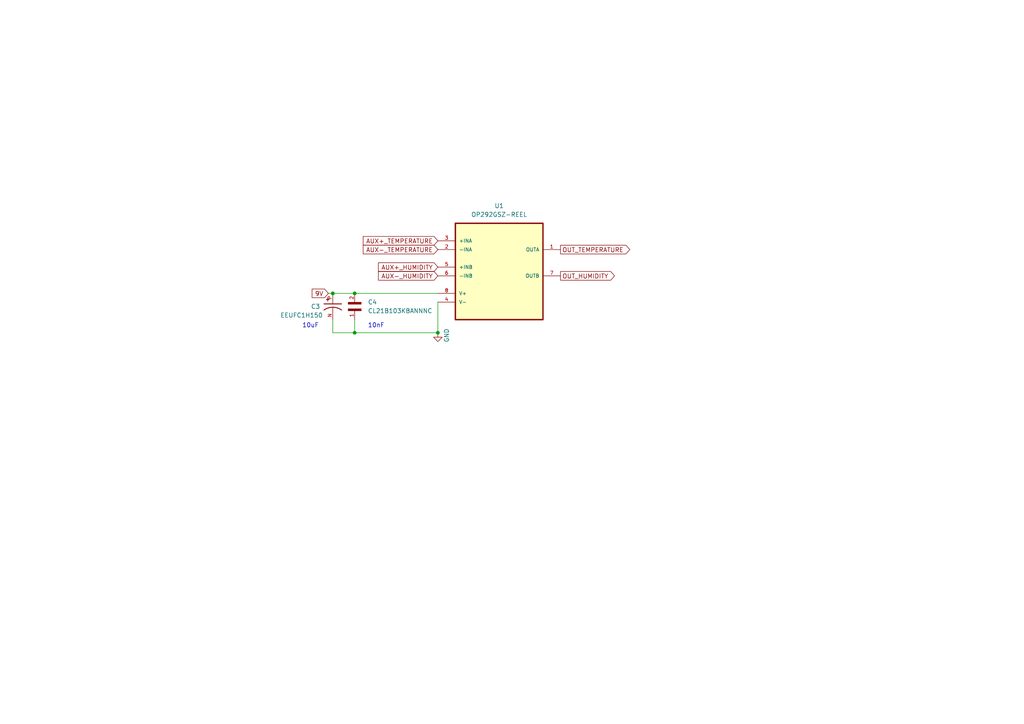
<source format=kicad_sch>
(kicad_sch (version 20211123) (generator eeschema)

  (uuid 7cfaaac3-77e5-498d-be0a-84605cfb038a)

  (paper "A4")

  (title_block
    (title "Amplificación de las señales")
    (date "2023-06-11")
    (company "UC3M")
    (comment 1 "Se añaden condensadores a la alimentación para eliminar ruido.")
    (comment 2 "Amplifica ambas señales de los sensores de temperatura y humedad.")
  )

  (lib_symbols
    (symbol "CL21B103KBANNNC:CL21B103KBANNNC" (pin_names (offset 1.016)) (in_bom yes) (on_board yes)
      (property "Reference" "C" (id 0) (at 0 3.81 0)
        (effects (font (size 1.27 1.27)) (justify left bottom))
      )
      (property "Value" "CL21B103KBANNNC" (id 1) (at 0 -5.08 0)
        (effects (font (size 1.27 1.27)) (justify left bottom))
      )
      (property "Footprint" "CAPC2012X140N" (id 2) (at 0 0 0)
        (effects (font (size 1.27 1.27)) (justify bottom) hide)
      )
      (property "Datasheet" "" (id 3) (at 0 0 0)
        (effects (font (size 1.27 1.27)) hide)
      )
      (symbol "CL21B103KBANNNC_0_0"
        (rectangle (start 0 -1.905) (end 0.635 1.905)
          (stroke (width 0.1) (type default) (color 0 0 0 0))
          (fill (type outline))
        )
        (rectangle (start 1.905 -1.905) (end 2.54 1.905)
          (stroke (width 0.1) (type default) (color 0 0 0 0))
          (fill (type outline))
        )
        (pin passive line (at 5.08 0 180) (length 2.54)
          (name "~" (effects (font (size 1.016 1.016))))
          (number "1" (effects (font (size 1.016 1.016))))
        )
        (pin passive line (at -2.54 0 0) (length 2.54)
          (name "~" (effects (font (size 1.016 1.016))))
          (number "2" (effects (font (size 1.016 1.016))))
        )
      )
    )
    (symbol "EEUFC1H150:EEUFC1H150" (pin_names (offset 1.016)) (in_bom yes) (on_board yes)
      (property "Reference" "C" (id 0) (at -2.54 3.81 0)
        (effects (font (size 1.27 1.27)) (justify left bottom))
      )
      (property "Value" "EEUFC1H150" (id 1) (at -2.54 -5.08 0)
        (effects (font (size 1.27 1.27)) (justify left bottom))
      )
      (property "Footprint" "CAPPRD200W50D500H1100" (id 2) (at 0 0 0)
        (effects (font (size 1.27 1.27)) (justify bottom) hide)
      )
      (property "Datasheet" "" (id 3) (at 0 0 0)
        (effects (font (size 1.27 1.27)) hide)
      )
      (property "MF" "PANASONIC" (id 4) (at 0 0 0)
        (effects (font (size 1.27 1.27)) (justify bottom) hide)
      )
      (property "b_max" "0.55" (id 5) (at 0 0 0)
        (effects (font (size 1.27 1.27)) (justify bottom) hide)
      )
      (property "DESCRIPTION" "FC-A" (id 6) (at 0 0 0)
        (effects (font (size 1.27 1.27)) (justify bottom) hide)
      )
      (property "b_nom" "0.5" (id 7) (at 0 0 0)
        (effects (font (size 1.27 1.27)) (justify bottom) hide)
      )
      (property "PARTREV" "20-DEC-19" (id 8) (at 0 0 0)
        (effects (font (size 1.27 1.27)) (justify bottom) hide)
      )
      (property "A_max" "11" (id 9) (at 0 0 0)
        (effects (font (size 1.27 1.27)) (justify bottom) hide)
      )
      (property "D_nom" "5" (id 10) (at 0 0 0)
        (effects (font (size 1.27 1.27)) (justify bottom) hide)
      )
      (property "e_nom" "2" (id 11) (at 0 0 0)
        (effects (font (size 1.27 1.27)) (justify bottom) hide)
      )
      (symbol "EEUFC1H150_0_0"
        (rectangle (start -1.173 -1.532) (end -0.284 -1.405)
          (stroke (width 0.1) (type default) (color 0 0 0 0))
          (fill (type outline))
        )
        (rectangle (start -0.792 -1.913) (end -0.665 -1.024)
          (stroke (width 0.1) (type default) (color 0 0 0 0))
          (fill (type outline))
        )
        (polyline
          (pts
            (xy 0 0)
            (xy 0.508 0)
          )
          (stroke (width 0.1524) (type default) (color 0 0 0 0))
          (fill (type none))
        )
        (polyline
          (pts
            (xy 0.508 0)
            (xy 0.508 -2.54)
          )
          (stroke (width 0.254) (type default) (color 0 0 0 0))
          (fill (type none))
        )
        (polyline
          (pts
            (xy 0.508 2.54)
            (xy 0.508 0)
          )
          (stroke (width 0.254) (type default) (color 0 0 0 0))
          (fill (type none))
        )
        (polyline
          (pts
            (xy 2.54 0)
            (xy 1.524 0)
          )
          (stroke (width 0.1524) (type default) (color 0 0 0 0))
          (fill (type none))
        )
        (arc (start 2.286 2.54) (mid 1.4851 0) (end 2.286 -2.54)
          (stroke (width 0.254) (type default) (color 0 0 0 0))
          (fill (type none))
        )
        (pin passive line (at 5.08 0 180) (length 2.54)
          (name "~" (effects (font (size 1.016 1.016))))
          (number "N" (effects (font (size 1.016 1.016))))
        )
        (pin passive line (at -2.54 0 0) (length 2.54)
          (name "~" (effects (font (size 1.016 1.016))))
          (number "P" (effects (font (size 1.016 1.016))))
        )
      )
    )
    (symbol "OP292GSZ-REEL:OP292GSZ-REEL" (pin_names (offset 1.016)) (in_bom yes) (on_board yes)
      (property "Reference" "U" (id 0) (at -4.7764 11.0264 0)
        (effects (font (size 1.27 1.27)) (justify left bottom))
      )
      (property "Value" "OP292GSZ-REEL" (id 1) (at -5.6186 -20.1607 0)
        (effects (font (size 1.27 1.27)) (justify left bottom))
      )
      (property "Footprint" "SOIC127P600X175-8N" (id 2) (at 0 0 0)
        (effects (font (size 1.27 1.27)) (justify bottom) hide)
      )
      (property "Datasheet" "" (id 3) (at 0 0 0)
        (effects (font (size 1.27 1.27)) hide)
      )
      (property "MPN" "OP292GSZ-REEL" (id 4) (at 0 0 0)
        (effects (font (size 1.27 1.27)) (justify bottom) hide)
      )
      (property "OC_FARNELL" "unknown" (id 5) (at 0 0 0)
        (effects (font (size 1.27 1.27)) (justify bottom) hide)
      )
      (property "OC_NEWARK" "59K8859" (id 6) (at 0 0 0)
        (effects (font (size 1.27 1.27)) (justify bottom) hide)
      )
      (property "SUPPLIER" "Analog Devices" (id 7) (at 0 0 0)
        (effects (font (size 1.27 1.27)) (justify bottom) hide)
      )
      (property "PACKAGE" "SOIC-8" (id 8) (at 0 0 0)
        (effects (font (size 1.27 1.27)) (justify bottom) hide)
      )
      (symbol "OP292GSZ-REEL_0_0"
        (rectangle (start -12.7 -17.78) (end 12.7 10.16)
          (stroke (width 0.4064) (type default) (color 0 0 0 0))
          (fill (type background))
        )
        (pin passive line (at 17.78 2.54 180) (length 5.08)
          (name "OUTA" (effects (font (size 1.016 1.016))))
          (number "1" (effects (font (size 1.016 1.016))))
        )
        (pin passive line (at -17.78 2.54 0) (length 5.08)
          (name "-INA" (effects (font (size 1.016 1.016))))
          (number "2" (effects (font (size 1.016 1.016))))
        )
        (pin passive line (at -17.78 5.08 0) (length 5.08)
          (name "+INA" (effects (font (size 1.016 1.016))))
          (number "3" (effects (font (size 1.016 1.016))))
        )
        (pin power_in line (at -17.78 -12.7 0) (length 5.08)
          (name "V-" (effects (font (size 1.016 1.016))))
          (number "4" (effects (font (size 1.016 1.016))))
        )
        (pin passive line (at -17.78 -2.54 0) (length 5.08)
          (name "+INB" (effects (font (size 1.016 1.016))))
          (number "5" (effects (font (size 1.016 1.016))))
        )
        (pin passive line (at -17.78 -5.08 0) (length 5.08)
          (name "-INB" (effects (font (size 1.016 1.016))))
          (number "6" (effects (font (size 1.016 1.016))))
        )
        (pin passive line (at 17.78 -5.08 180) (length 5.08)
          (name "OUTB" (effects (font (size 1.016 1.016))))
          (number "7" (effects (font (size 1.016 1.016))))
        )
        (pin power_in line (at -17.78 -10.16 0) (length 5.08)
          (name "V+" (effects (font (size 1.016 1.016))))
          (number "8" (effects (font (size 1.016 1.016))))
        )
      )
    )
    (symbol "power:GND" (power) (pin_names (offset 0)) (in_bom yes) (on_board yes)
      (property "Reference" "#PWR" (id 0) (at 0 -6.35 0)
        (effects (font (size 1.27 1.27)) hide)
      )
      (property "Value" "GND" (id 1) (at 0 -3.81 0)
        (effects (font (size 1.27 1.27)))
      )
      (property "Footprint" "" (id 2) (at 0 0 0)
        (effects (font (size 1.27 1.27)) hide)
      )
      (property "Datasheet" "" (id 3) (at 0 0 0)
        (effects (font (size 1.27 1.27)) hide)
      )
      (property "ki_keywords" "power-flag" (id 4) (at 0 0 0)
        (effects (font (size 1.27 1.27)) hide)
      )
      (property "ki_description" "Power symbol creates a global label with name \"GND\" , ground" (id 5) (at 0 0 0)
        (effects (font (size 1.27 1.27)) hide)
      )
      (symbol "GND_0_1"
        (polyline
          (pts
            (xy 0 0)
            (xy 0 -1.27)
            (xy 1.27 -1.27)
            (xy 0 -2.54)
            (xy -1.27 -1.27)
            (xy 0 -1.27)
          )
          (stroke (width 0) (type default) (color 0 0 0 0))
          (fill (type none))
        )
      )
      (symbol "GND_1_1"
        (pin power_in line (at 0 0 270) (length 0) hide
          (name "GND" (effects (font (size 1.27 1.27))))
          (number "1" (effects (font (size 1.27 1.27))))
        )
      )
    )
  )

  (junction (at 127 96.52) (diameter 0) (color 0 0 0 0)
    (uuid 05518ed9-90f4-4191-8bfb-756bf5ca844d)
  )
  (junction (at 96.52 85.09) (diameter 0) (color 0 0 0 0)
    (uuid 6cd2da66-8581-40c6-aa0a-1ba7d33ce7c4)
  )
  (junction (at 102.87 85.09) (diameter 0) (color 0 0 0 0)
    (uuid 8622db75-85f8-4f5a-8eee-53e56e48de12)
  )
  (junction (at 102.87 96.52) (diameter 0) (color 0 0 0 0)
    (uuid f1fca5ce-e0dd-40a9-8caa-959f0f4ab069)
  )

  (wire (pts (xy 96.52 85.09) (xy 102.87 85.09))
    (stroke (width 0) (type default) (color 0 0 0 0))
    (uuid 0ad8bc0a-2f7d-43d5-9c2d-d635adcdfa94)
  )
  (wire (pts (xy 102.87 85.09) (xy 127 85.09))
    (stroke (width 0) (type default) (color 0 0 0 0))
    (uuid 0b911507-b5b2-40fd-b385-1fd08f6fae75)
  )
  (wire (pts (xy 96.52 96.52) (xy 96.52 92.71))
    (stroke (width 0) (type default) (color 0 0 0 0))
    (uuid 196fc218-63d5-4a88-9213-90b43c20af5a)
  )
  (wire (pts (xy 102.87 92.71) (xy 102.87 96.52))
    (stroke (width 0) (type default) (color 0 0 0 0))
    (uuid 388c01e3-0b32-4fe6-9e4f-299e5b0ce076)
  )
  (wire (pts (xy 96.52 96.52) (xy 102.87 96.52))
    (stroke (width 0) (type default) (color 0 0 0 0))
    (uuid 8a8cf991-acfa-4c63-ba4b-12a124ab8607)
  )
  (wire (pts (xy 102.87 96.52) (xy 127 96.52))
    (stroke (width 0) (type default) (color 0 0 0 0))
    (uuid b4988969-5c97-4d44-a054-5bcc33982046)
  )
  (wire (pts (xy 127 96.52) (xy 127 87.63))
    (stroke (width 0) (type default) (color 0 0 0 0))
    (uuid b83d049d-275f-44ad-bc51-2f4c532a4055)
  )
  (wire (pts (xy 95.25 85.09) (xy 96.52 85.09))
    (stroke (width 0) (type default) (color 0 0 0 0))
    (uuid feba83b5-0b49-44b0-aa09-e4c1b321571d)
  )

  (text "10nF\n" (at 106.68 95.25 0)
    (effects (font (size 1.27 1.27)) (justify left bottom))
    (uuid 456e10b1-0249-42bb-beeb-7dd5d21abb64)
  )
  (text "10uF" (at 87.63 95.25 0)
    (effects (font (size 1.27 1.27)) (justify left bottom))
    (uuid fa23e0bd-6a3b-4de4-b650-d617bb947fa9)
  )

  (global_label "AUX+_HUMIDITY" (shape input) (at 127 77.47 180) (fields_autoplaced)
    (effects (font (size 1.27 1.27)) (justify right))
    (uuid 1e225862-ee70-4ed4-8114-d112ede9ce07)
    (property "Intersheet References" "${INTERSHEET_REFS}" (id 0) (at 109.7702 77.3906 0)
      (effects (font (size 1.27 1.27)) (justify right) hide)
    )
  )
  (global_label "OUT_TEMPERATURE" (shape output) (at 162.56 72.39 0) (fields_autoplaced)
    (effects (font (size 1.27 1.27)) (justify left))
    (uuid 33a485f4-e0dc-4d1b-a5c4-689e466e55d2)
    (property "Intersheet References" "${INTERSHEET_REFS}" (id 0) (at 182.6321 72.3106 0)
      (effects (font (size 1.27 1.27)) (justify left) hide)
    )
  )
  (global_label "9V" (shape input) (at 95.25 85.09 180) (fields_autoplaced)
    (effects (font (size 1.27 1.27)) (justify right))
    (uuid 5ccfe5f7-b2ad-4908-af42-6bcccbac8f2b)
    (property "Intersheet References" "${INTERSHEET_REFS}" (id 0) (at 90.5388 85.1694 0)
      (effects (font (size 1.27 1.27)) (justify right) hide)
    )
  )
  (global_label "AUX+_TEMPERATURE" (shape input) (at 127 69.85 180) (fields_autoplaced)
    (effects (font (size 1.27 1.27)) (justify right))
    (uuid 680609a6-bb61-4ae1-af2b-b07bafb2ddfb)
    (property "Intersheet References" "${INTERSHEET_REFS}" (id 0) (at 105.3555 69.7706 0)
      (effects (font (size 1.27 1.27)) (justify right) hide)
    )
  )
  (global_label "OUT_HUMIDITY" (shape output) (at 162.56 80.01 0) (fields_autoplaced)
    (effects (font (size 1.27 1.27)) (justify left))
    (uuid 942a6e30-6c05-4ad8-a0c0-c001bf1e630d)
    (property "Intersheet References" "${INTERSHEET_REFS}" (id 0) (at 178.2174 79.9306 0)
      (effects (font (size 1.27 1.27)) (justify left) hide)
    )
  )
  (global_label "AUX-_HUMIDITY" (shape input) (at 127 80.01 180) (fields_autoplaced)
    (effects (font (size 1.27 1.27)) (justify right))
    (uuid cee39e21-a957-4cc0-bf02-6c26ebe6bdbc)
    (property "Intersheet References" "${INTERSHEET_REFS}" (id 0) (at 109.7702 79.9306 0)
      (effects (font (size 1.27 1.27)) (justify right) hide)
    )
  )
  (global_label "AUX-_TEMPERATURE" (shape input) (at 127 72.39 180) (fields_autoplaced)
    (effects (font (size 1.27 1.27)) (justify right))
    (uuid f894242b-21e7-44e1-babf-b5df91cf551a)
    (property "Intersheet References" "${INTERSHEET_REFS}" (id 0) (at 105.3555 72.3106 0)
      (effects (font (size 1.27 1.27)) (justify right) hide)
    )
  )

  (symbol (lib_id "EEUFC1H150:EEUFC1H150") (at 96.52 87.63 270) (unit 1)
    (in_bom yes) (on_board yes)
    (uuid 1dd5f32e-ba43-4d87-bf8b-3dde607754b8)
    (property "Reference" "C3" (id 0) (at 90.17 88.9 90)
      (effects (font (size 1.27 1.27)) (justify left))
    )
    (property "Value" "EEUFC1H150" (id 1) (at 81.28 91.44 90)
      (effects (font (size 1.27 1.27)) (justify left))
    )
    (property "Footprint" "CAPPRD200W50D500H1100" (id 2) (at 96.52 87.63 0)
      (effects (font (size 1.27 1.27)) (justify bottom) hide)
    )
    (property "Datasheet" "" (id 3) (at 96.52 87.63 0)
      (effects (font (size 1.27 1.27)) hide)
    )
    (property "MF" "PANASONIC" (id 4) (at 96.52 87.63 0)
      (effects (font (size 1.27 1.27)) (justify bottom) hide)
    )
    (property "b_max" "0.55" (id 5) (at 96.52 87.63 0)
      (effects (font (size 1.27 1.27)) (justify bottom) hide)
    )
    (property "DESCRIPTION" "FC-A" (id 6) (at 96.52 87.63 0)
      (effects (font (size 1.27 1.27)) (justify bottom) hide)
    )
    (property "b_nom" "0.5" (id 7) (at 96.52 87.63 0)
      (effects (font (size 1.27 1.27)) (justify bottom) hide)
    )
    (property "PARTREV" "20-DEC-19" (id 8) (at 96.52 87.63 0)
      (effects (font (size 1.27 1.27)) (justify bottom) hide)
    )
    (property "A_max" "11" (id 9) (at 96.52 87.63 0)
      (effects (font (size 1.27 1.27)) (justify bottom) hide)
    )
    (property "D_nom" "5" (id 10) (at 96.52 87.63 0)
      (effects (font (size 1.27 1.27)) (justify bottom) hide)
    )
    (property "e_nom" "2" (id 11) (at 96.52 87.63 0)
      (effects (font (size 1.27 1.27)) (justify bottom) hide)
    )
    (pin "N" (uuid 09dd8520-c517-4423-a62e-54ee275fc64c))
    (pin "P" (uuid 64457c91-078c-4f30-b09d-0badeb60a0b9))
  )

  (symbol (lib_id "OP292GSZ-REEL:OP292GSZ-REEL") (at 144.78 74.93 0) (unit 1)
    (in_bom yes) (on_board yes) (fields_autoplaced)
    (uuid 2114c078-0d28-4e6f-8d6d-f763fb5f3686)
    (property "Reference" "U1" (id 0) (at 144.78 59.69 0))
    (property "Value" "OP292GSZ-REEL" (id 1) (at 144.78 62.23 0))
    (property "Footprint" "SOIC127P600X175-8N" (id 2) (at 144.78 74.93 0)
      (effects (font (size 1.27 1.27)) (justify bottom) hide)
    )
    (property "Datasheet" "" (id 3) (at 144.78 74.93 0)
      (effects (font (size 1.27 1.27)) hide)
    )
    (property "MPN" "OP292GSZ-REEL" (id 4) (at 144.78 74.93 0)
      (effects (font (size 1.27 1.27)) (justify bottom) hide)
    )
    (property "OC_FARNELL" "unknown" (id 5) (at 144.78 74.93 0)
      (effects (font (size 1.27 1.27)) (justify bottom) hide)
    )
    (property "OC_NEWARK" "59K8859" (id 6) (at 144.78 74.93 0)
      (effects (font (size 1.27 1.27)) (justify bottom) hide)
    )
    (property "SUPPLIER" "Analog Devices" (id 7) (at 144.78 74.93 0)
      (effects (font (size 1.27 1.27)) (justify bottom) hide)
    )
    (property "PACKAGE" "SOIC-8" (id 8) (at 144.78 74.93 0)
      (effects (font (size 1.27 1.27)) (justify bottom) hide)
    )
    (pin "1" (uuid d6ab3d99-87c8-4cfc-9b41-0ecaded1642d))
    (pin "2" (uuid c604f646-a169-4a79-ac7b-6a7de0774615))
    (pin "3" (uuid c7215d17-22f7-4fcf-a753-681cefb088ad))
    (pin "4" (uuid 7e097388-306b-472b-882a-e7077d68b8be))
    (pin "5" (uuid d2bf78f2-d3f8-40e9-8b19-804998892e0c))
    (pin "6" (uuid 5167aea3-00cb-4bea-a6c4-9be959c7030c))
    (pin "7" (uuid 8c05d54b-7975-4fe1-bc61-d3393d30a926))
    (pin "8" (uuid 351ac2e6-7581-4887-aefa-aff9054c2e95))
  )

  (symbol (lib_id "CL21B103KBANNNC:CL21B103KBANNNC") (at 102.87 87.63 270) (unit 1)
    (in_bom yes) (on_board yes) (fields_autoplaced)
    (uuid d25fec32-7948-4f42-9d5a-953473be4c96)
    (property "Reference" "C4" (id 0) (at 106.68 87.6299 90)
      (effects (font (size 1.27 1.27)) (justify left))
    )
    (property "Value" "CL21B103KBANNNC" (id 1) (at 106.68 90.1699 90)
      (effects (font (size 1.27 1.27)) (justify left))
    )
    (property "Footprint" "CAPC2012X140N" (id 2) (at 102.87 87.63 0)
      (effects (font (size 1.27 1.27)) (justify bottom) hide)
    )
    (property "Datasheet" "" (id 3) (at 102.87 87.63 0)
      (effects (font (size 1.27 1.27)) hide)
    )
    (pin "1" (uuid 3f1d8bac-ba30-4cc1-b358-dcee3e32d725))
    (pin "2" (uuid 6eb84ec2-9517-44e3-a1ca-7c73e0f840b9))
  )

  (symbol (lib_id "power:GND") (at 127 96.52 0) (unit 1)
    (in_bom yes) (on_board yes)
    (uuid d490d774-b3fe-413c-9e54-bccdd6e25614)
    (property "Reference" "#PWR0106" (id 0) (at 127 102.87 0)
      (effects (font (size 1.27 1.27)) hide)
    )
    (property "Value" "GND" (id 1) (at 129.54 95.25 90)
      (effects (font (size 1.27 1.27)) (justify right))
    )
    (property "Footprint" "" (id 2) (at 127 96.52 0)
      (effects (font (size 1.27 1.27)) hide)
    )
    (property "Datasheet" "" (id 3) (at 127 96.52 0)
      (effects (font (size 1.27 1.27)) hide)
    )
    (pin "1" (uuid cc271efa-0e48-46ea-aa55-f15baa26785b))
  )
)

</source>
